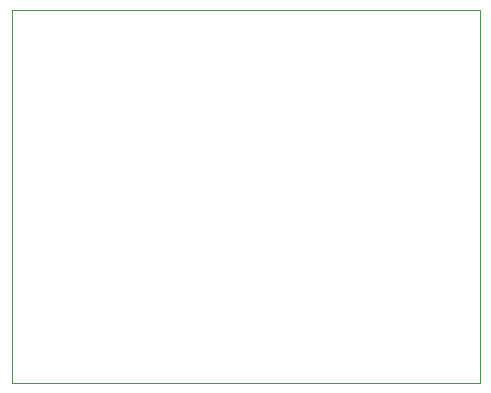
<source format=gbr>
%TF.GenerationSoftware,KiCad,Pcbnew,(5.1.10-1-10_14)*%
%TF.CreationDate,2021-06-16T22:39:50-07:00*%
%TF.ProjectId,XDS-Analog-to-StudioHub,5844532d-416e-4616-9c6f-672d746f2d53,rev?*%
%TF.SameCoordinates,Original*%
%TF.FileFunction,Profile,NP*%
%FSLAX46Y46*%
G04 Gerber Fmt 4.6, Leading zero omitted, Abs format (unit mm)*
G04 Created by KiCad (PCBNEW (5.1.10-1-10_14)) date 2021-06-16 22:39:50*
%MOMM*%
%LPD*%
G01*
G04 APERTURE LIST*
%TA.AperFunction,Profile*%
%ADD10C,0.050000*%
%TD*%
G04 APERTURE END LIST*
D10*
X93172280Y-80060800D02*
X132760720Y-80060800D01*
X93172280Y-111678720D02*
X93172280Y-80060800D01*
X132760720Y-111678720D02*
X132760720Y-111262160D01*
X122143520Y-111678720D02*
X132760720Y-111678720D01*
X132760720Y-111262160D02*
X132760720Y-80060800D01*
X122143520Y-111678720D02*
X93172280Y-111678720D01*
X93172280Y-80060800D02*
X93172280Y-80060800D01*
M02*

</source>
